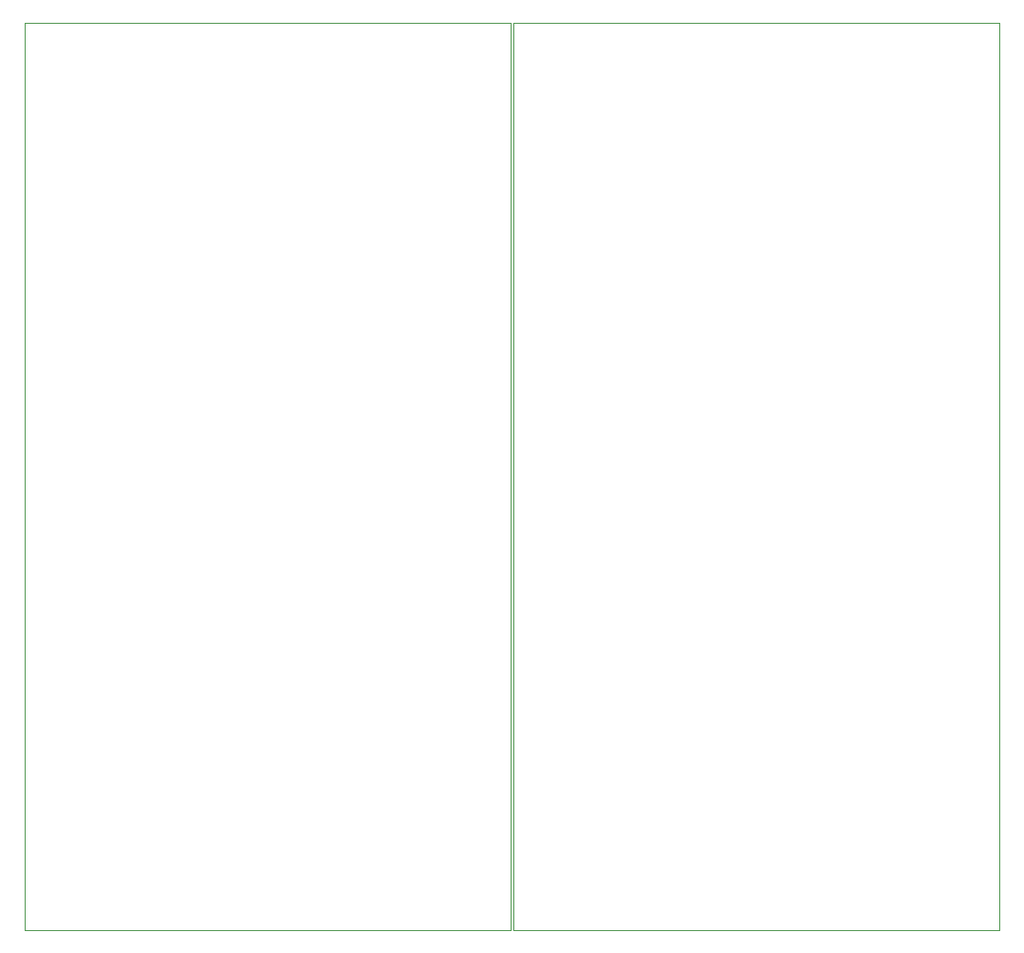
<source format=gbr>
G04 #@! TF.GenerationSoftware,KiCad,Pcbnew,(5.1.4)-1*
G04 #@! TF.CreationDate,2019-12-06T09:56:13+08:00*
G04 #@! TF.ProjectId,STM32F407VTE6-SOCKET_1x2,53544d33-3246-4343-9037-565445362d53,rev?*
G04 #@! TF.SameCoordinates,Original*
G04 #@! TF.FileFunction,Profile,NP*
%FSLAX46Y46*%
G04 Gerber Fmt 4.6, Leading zero omitted, Abs format (unit mm)*
G04 Created by KiCad (PCBNEW (5.1.4)-1) date 2019-12-06 09:56:13*
%MOMM*%
%LPD*%
G04 APERTURE LIST*
%ADD10C,0.050000*%
G04 APERTURE END LIST*
D10*
X190200000Y-180000000D02*
X190200000Y-96000000D01*
X190200000Y-96000000D02*
X145200000Y-96000000D01*
X145200000Y-180000000D02*
X190200000Y-180000000D01*
X145200000Y-96000000D02*
X145200000Y-180000000D01*
X100000000Y-180000000D02*
X145000000Y-180000000D01*
X145000000Y-96000000D02*
X100000000Y-96000000D01*
X145000000Y-180000000D02*
X145000000Y-96000000D01*
X100000000Y-96000000D02*
X100000000Y-180000000D01*
M02*

</source>
